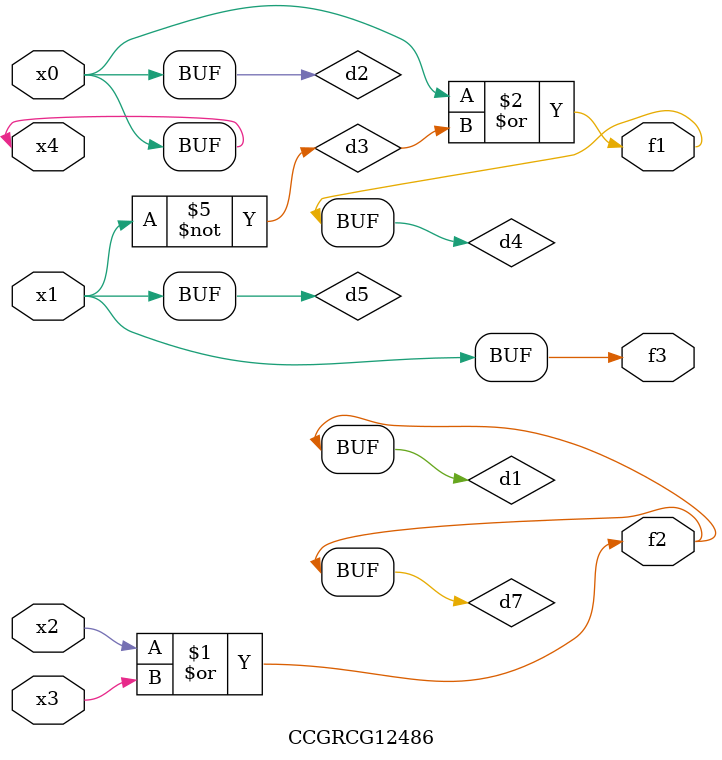
<source format=v>
module CCGRCG12486(
	input x0, x1, x2, x3, x4,
	output f1, f2, f3
);

	wire d1, d2, d3, d4, d5, d6, d7;

	or (d1, x2, x3);
	buf (d2, x0, x4);
	not (d3, x1);
	or (d4, d2, d3);
	not (d5, d3);
	nand (d6, d1, d3);
	or (d7, d1);
	assign f1 = d4;
	assign f2 = d7;
	assign f3 = d5;
endmodule

</source>
